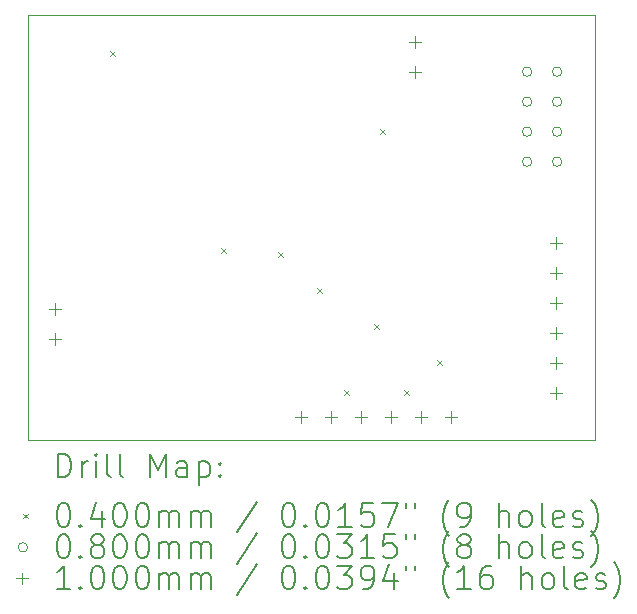
<source format=gbr>
%TF.GenerationSoftware,KiCad,Pcbnew,6.0.11*%
%TF.CreationDate,2024-08-04T21:37:51+01:00*%
%TF.ProjectId,ESPboard,45535062-6f61-4726-942e-6b696361645f,rev?*%
%TF.SameCoordinates,PX87a6900PY5d04800*%
%TF.FileFunction,Drillmap*%
%TF.FilePolarity,Positive*%
%FSLAX45Y45*%
G04 Gerber Fmt 4.5, Leading zero omitted, Abs format (unit mm)*
G04 Created by KiCad (PCBNEW 6.0.11) date 2024-08-04 21:37:51*
%MOMM*%
%LPD*%
G01*
G04 APERTURE LIST*
%ADD10C,0.100000*%
%ADD11C,0.200000*%
%ADD12C,0.040000*%
%ADD13C,0.080000*%
G04 APERTURE END LIST*
D10*
X0Y-3600000D02*
X4800000Y-3600000D01*
X4800000Y-3600000D02*
X4800000Y0D01*
X4800000Y0D02*
X0Y0D01*
X0Y0D02*
X0Y-3600000D01*
D11*
D12*
X691200Y-310200D02*
X731200Y-350200D01*
X731200Y-310200D02*
X691200Y-350200D01*
X1631000Y-1973950D02*
X1671000Y-2013950D01*
X1671000Y-1973950D02*
X1631000Y-2013950D01*
X2113600Y-2012000D02*
X2153600Y-2052000D01*
X2153600Y-2012000D02*
X2113600Y-2052000D01*
X2443800Y-2316800D02*
X2483800Y-2356800D01*
X2483800Y-2316800D02*
X2443800Y-2356800D01*
X2672400Y-3180400D02*
X2712400Y-3220400D01*
X2712400Y-3180400D02*
X2672400Y-3220400D01*
X2926400Y-2621600D02*
X2966400Y-2661600D01*
X2966400Y-2621600D02*
X2926400Y-2661600D01*
X2977200Y-970600D02*
X3017200Y-1010600D01*
X3017200Y-970600D02*
X2977200Y-1010600D01*
X3180400Y-3180400D02*
X3220400Y-3220400D01*
X3220400Y-3180400D02*
X3180400Y-3220400D01*
X3459800Y-2926400D02*
X3499800Y-2966400D01*
X3499800Y-2926400D02*
X3459800Y-2966400D01*
D13*
X4263600Y-482600D02*
G75*
G03*
X4263600Y-482600I-40000J0D01*
G01*
X4263600Y-736600D02*
G75*
G03*
X4263600Y-736600I-40000J0D01*
G01*
X4263600Y-990600D02*
G75*
G03*
X4263600Y-990600I-40000J0D01*
G01*
X4263600Y-1244600D02*
G75*
G03*
X4263600Y-1244600I-40000J0D01*
G01*
X4517600Y-482600D02*
G75*
G03*
X4517600Y-482600I-40000J0D01*
G01*
X4517600Y-736600D02*
G75*
G03*
X4517600Y-736600I-40000J0D01*
G01*
X4517600Y-990600D02*
G75*
G03*
X4517600Y-990600I-40000J0D01*
G01*
X4517600Y-1244600D02*
G75*
G03*
X4517600Y-1244600I-40000J0D01*
G01*
D10*
X228600Y-2439200D02*
X228600Y-2539200D01*
X178600Y-2489200D02*
X278600Y-2489200D01*
X228600Y-2693200D02*
X228600Y-2793200D01*
X178600Y-2743200D02*
X278600Y-2743200D01*
X2311400Y-3353600D02*
X2311400Y-3453600D01*
X2261400Y-3403600D02*
X2361400Y-3403600D01*
X2565400Y-3353600D02*
X2565400Y-3453600D01*
X2515400Y-3403600D02*
X2615400Y-3403600D01*
X2819400Y-3353600D02*
X2819400Y-3453600D01*
X2769400Y-3403600D02*
X2869400Y-3403600D01*
X3073400Y-3353600D02*
X3073400Y-3453600D01*
X3023400Y-3403600D02*
X3123400Y-3403600D01*
X3276600Y-180400D02*
X3276600Y-280400D01*
X3226600Y-230400D02*
X3326600Y-230400D01*
X3276600Y-434400D02*
X3276600Y-534400D01*
X3226600Y-484400D02*
X3326600Y-484400D01*
X3327400Y-3353600D02*
X3327400Y-3453600D01*
X3277400Y-3403600D02*
X3377400Y-3403600D01*
X3581400Y-3353600D02*
X3581400Y-3453600D01*
X3531400Y-3403600D02*
X3631400Y-3403600D01*
X4470400Y-1880400D02*
X4470400Y-1980400D01*
X4420400Y-1930400D02*
X4520400Y-1930400D01*
X4470400Y-2134400D02*
X4470400Y-2234400D01*
X4420400Y-2184400D02*
X4520400Y-2184400D01*
X4470400Y-2388400D02*
X4470400Y-2488400D01*
X4420400Y-2438400D02*
X4520400Y-2438400D01*
X4470400Y-2642400D02*
X4470400Y-2742400D01*
X4420400Y-2692400D02*
X4520400Y-2692400D01*
X4470400Y-2896400D02*
X4470400Y-2996400D01*
X4420400Y-2946400D02*
X4520400Y-2946400D01*
X4470400Y-3150400D02*
X4470400Y-3250400D01*
X4420400Y-3200400D02*
X4520400Y-3200400D01*
D11*
X252619Y-3915476D02*
X252619Y-3715476D01*
X300238Y-3715476D01*
X328810Y-3725000D01*
X347857Y-3744048D01*
X357381Y-3763095D01*
X366905Y-3801190D01*
X366905Y-3829762D01*
X357381Y-3867857D01*
X347857Y-3886905D01*
X328810Y-3905952D01*
X300238Y-3915476D01*
X252619Y-3915476D01*
X452619Y-3915476D02*
X452619Y-3782143D01*
X452619Y-3820238D02*
X462143Y-3801190D01*
X471667Y-3791667D01*
X490714Y-3782143D01*
X509762Y-3782143D01*
X576429Y-3915476D02*
X576429Y-3782143D01*
X576429Y-3715476D02*
X566905Y-3725000D01*
X576429Y-3734524D01*
X585952Y-3725000D01*
X576429Y-3715476D01*
X576429Y-3734524D01*
X700238Y-3915476D02*
X681190Y-3905952D01*
X671667Y-3886905D01*
X671667Y-3715476D01*
X805000Y-3915476D02*
X785952Y-3905952D01*
X776428Y-3886905D01*
X776428Y-3715476D01*
X1033571Y-3915476D02*
X1033571Y-3715476D01*
X1100238Y-3858333D01*
X1166905Y-3715476D01*
X1166905Y-3915476D01*
X1347857Y-3915476D02*
X1347857Y-3810714D01*
X1338333Y-3791667D01*
X1319286Y-3782143D01*
X1281190Y-3782143D01*
X1262143Y-3791667D01*
X1347857Y-3905952D02*
X1328810Y-3915476D01*
X1281190Y-3915476D01*
X1262143Y-3905952D01*
X1252619Y-3886905D01*
X1252619Y-3867857D01*
X1262143Y-3848809D01*
X1281190Y-3839286D01*
X1328810Y-3839286D01*
X1347857Y-3829762D01*
X1443095Y-3782143D02*
X1443095Y-3982143D01*
X1443095Y-3791667D02*
X1462143Y-3782143D01*
X1500238Y-3782143D01*
X1519286Y-3791667D01*
X1528809Y-3801190D01*
X1538333Y-3820238D01*
X1538333Y-3877381D01*
X1528809Y-3896428D01*
X1519286Y-3905952D01*
X1500238Y-3915476D01*
X1462143Y-3915476D01*
X1443095Y-3905952D01*
X1624048Y-3896428D02*
X1633571Y-3905952D01*
X1624048Y-3915476D01*
X1614524Y-3905952D01*
X1624048Y-3896428D01*
X1624048Y-3915476D01*
X1624048Y-3791667D02*
X1633571Y-3801190D01*
X1624048Y-3810714D01*
X1614524Y-3801190D01*
X1624048Y-3791667D01*
X1624048Y-3810714D01*
D12*
X-45000Y-4225000D02*
X-5000Y-4265000D01*
X-5000Y-4225000D02*
X-45000Y-4265000D01*
D11*
X290714Y-4135476D02*
X309762Y-4135476D01*
X328810Y-4145000D01*
X338333Y-4154524D01*
X347857Y-4173571D01*
X357381Y-4211667D01*
X357381Y-4259286D01*
X347857Y-4297381D01*
X338333Y-4316429D01*
X328810Y-4325952D01*
X309762Y-4335476D01*
X290714Y-4335476D01*
X271667Y-4325952D01*
X262143Y-4316429D01*
X252619Y-4297381D01*
X243095Y-4259286D01*
X243095Y-4211667D01*
X252619Y-4173571D01*
X262143Y-4154524D01*
X271667Y-4145000D01*
X290714Y-4135476D01*
X443095Y-4316429D02*
X452619Y-4325952D01*
X443095Y-4335476D01*
X433571Y-4325952D01*
X443095Y-4316429D01*
X443095Y-4335476D01*
X624048Y-4202143D02*
X624048Y-4335476D01*
X576429Y-4125952D02*
X528810Y-4268810D01*
X652619Y-4268810D01*
X766905Y-4135476D02*
X785952Y-4135476D01*
X805000Y-4145000D01*
X814524Y-4154524D01*
X824048Y-4173571D01*
X833571Y-4211667D01*
X833571Y-4259286D01*
X824048Y-4297381D01*
X814524Y-4316429D01*
X805000Y-4325952D01*
X785952Y-4335476D01*
X766905Y-4335476D01*
X747857Y-4325952D01*
X738333Y-4316429D01*
X728809Y-4297381D01*
X719286Y-4259286D01*
X719286Y-4211667D01*
X728809Y-4173571D01*
X738333Y-4154524D01*
X747857Y-4145000D01*
X766905Y-4135476D01*
X957381Y-4135476D02*
X976428Y-4135476D01*
X995476Y-4145000D01*
X1005000Y-4154524D01*
X1014524Y-4173571D01*
X1024048Y-4211667D01*
X1024048Y-4259286D01*
X1014524Y-4297381D01*
X1005000Y-4316429D01*
X995476Y-4325952D01*
X976428Y-4335476D01*
X957381Y-4335476D01*
X938333Y-4325952D01*
X928809Y-4316429D01*
X919286Y-4297381D01*
X909762Y-4259286D01*
X909762Y-4211667D01*
X919286Y-4173571D01*
X928809Y-4154524D01*
X938333Y-4145000D01*
X957381Y-4135476D01*
X1109762Y-4335476D02*
X1109762Y-4202143D01*
X1109762Y-4221190D02*
X1119286Y-4211667D01*
X1138333Y-4202143D01*
X1166905Y-4202143D01*
X1185952Y-4211667D01*
X1195476Y-4230714D01*
X1195476Y-4335476D01*
X1195476Y-4230714D02*
X1205000Y-4211667D01*
X1224048Y-4202143D01*
X1252619Y-4202143D01*
X1271667Y-4211667D01*
X1281190Y-4230714D01*
X1281190Y-4335476D01*
X1376429Y-4335476D02*
X1376429Y-4202143D01*
X1376429Y-4221190D02*
X1385952Y-4211667D01*
X1405000Y-4202143D01*
X1433571Y-4202143D01*
X1452619Y-4211667D01*
X1462143Y-4230714D01*
X1462143Y-4335476D01*
X1462143Y-4230714D02*
X1471667Y-4211667D01*
X1490714Y-4202143D01*
X1519286Y-4202143D01*
X1538333Y-4211667D01*
X1547857Y-4230714D01*
X1547857Y-4335476D01*
X1938333Y-4125952D02*
X1766905Y-4383095D01*
X2195476Y-4135476D02*
X2214524Y-4135476D01*
X2233571Y-4145000D01*
X2243095Y-4154524D01*
X2252619Y-4173571D01*
X2262143Y-4211667D01*
X2262143Y-4259286D01*
X2252619Y-4297381D01*
X2243095Y-4316429D01*
X2233571Y-4325952D01*
X2214524Y-4335476D01*
X2195476Y-4335476D01*
X2176429Y-4325952D01*
X2166905Y-4316429D01*
X2157381Y-4297381D01*
X2147857Y-4259286D01*
X2147857Y-4211667D01*
X2157381Y-4173571D01*
X2166905Y-4154524D01*
X2176429Y-4145000D01*
X2195476Y-4135476D01*
X2347857Y-4316429D02*
X2357381Y-4325952D01*
X2347857Y-4335476D01*
X2338333Y-4325952D01*
X2347857Y-4316429D01*
X2347857Y-4335476D01*
X2481190Y-4135476D02*
X2500238Y-4135476D01*
X2519286Y-4145000D01*
X2528810Y-4154524D01*
X2538333Y-4173571D01*
X2547857Y-4211667D01*
X2547857Y-4259286D01*
X2538333Y-4297381D01*
X2528810Y-4316429D01*
X2519286Y-4325952D01*
X2500238Y-4335476D01*
X2481190Y-4335476D01*
X2462143Y-4325952D01*
X2452619Y-4316429D01*
X2443095Y-4297381D01*
X2433571Y-4259286D01*
X2433571Y-4211667D01*
X2443095Y-4173571D01*
X2452619Y-4154524D01*
X2462143Y-4145000D01*
X2481190Y-4135476D01*
X2738333Y-4335476D02*
X2624048Y-4335476D01*
X2681190Y-4335476D02*
X2681190Y-4135476D01*
X2662143Y-4164048D01*
X2643095Y-4183095D01*
X2624048Y-4192619D01*
X2919286Y-4135476D02*
X2824048Y-4135476D01*
X2814524Y-4230714D01*
X2824048Y-4221190D01*
X2843095Y-4211667D01*
X2890714Y-4211667D01*
X2909762Y-4221190D01*
X2919286Y-4230714D01*
X2928809Y-4249762D01*
X2928809Y-4297381D01*
X2919286Y-4316429D01*
X2909762Y-4325952D01*
X2890714Y-4335476D01*
X2843095Y-4335476D01*
X2824048Y-4325952D01*
X2814524Y-4316429D01*
X2995476Y-4135476D02*
X3128809Y-4135476D01*
X3043095Y-4335476D01*
X3195476Y-4135476D02*
X3195476Y-4173571D01*
X3271667Y-4135476D02*
X3271667Y-4173571D01*
X3566905Y-4411667D02*
X3557381Y-4402143D01*
X3538333Y-4373571D01*
X3528809Y-4354524D01*
X3519286Y-4325952D01*
X3509762Y-4278333D01*
X3509762Y-4240238D01*
X3519286Y-4192619D01*
X3528809Y-4164048D01*
X3538333Y-4145000D01*
X3557381Y-4116428D01*
X3566905Y-4106905D01*
X3652619Y-4335476D02*
X3690714Y-4335476D01*
X3709762Y-4325952D01*
X3719286Y-4316429D01*
X3738333Y-4287857D01*
X3747857Y-4249762D01*
X3747857Y-4173571D01*
X3738333Y-4154524D01*
X3728809Y-4145000D01*
X3709762Y-4135476D01*
X3671667Y-4135476D01*
X3652619Y-4145000D01*
X3643095Y-4154524D01*
X3633571Y-4173571D01*
X3633571Y-4221190D01*
X3643095Y-4240238D01*
X3652619Y-4249762D01*
X3671667Y-4259286D01*
X3709762Y-4259286D01*
X3728809Y-4249762D01*
X3738333Y-4240238D01*
X3747857Y-4221190D01*
X3985952Y-4335476D02*
X3985952Y-4135476D01*
X4071667Y-4335476D02*
X4071667Y-4230714D01*
X4062143Y-4211667D01*
X4043095Y-4202143D01*
X4014524Y-4202143D01*
X3995476Y-4211667D01*
X3985952Y-4221190D01*
X4195476Y-4335476D02*
X4176428Y-4325952D01*
X4166905Y-4316429D01*
X4157381Y-4297381D01*
X4157381Y-4240238D01*
X4166905Y-4221190D01*
X4176428Y-4211667D01*
X4195476Y-4202143D01*
X4224048Y-4202143D01*
X4243095Y-4211667D01*
X4252619Y-4221190D01*
X4262143Y-4240238D01*
X4262143Y-4297381D01*
X4252619Y-4316429D01*
X4243095Y-4325952D01*
X4224048Y-4335476D01*
X4195476Y-4335476D01*
X4376429Y-4335476D02*
X4357381Y-4325952D01*
X4347857Y-4306905D01*
X4347857Y-4135476D01*
X4528810Y-4325952D02*
X4509762Y-4335476D01*
X4471667Y-4335476D01*
X4452619Y-4325952D01*
X4443095Y-4306905D01*
X4443095Y-4230714D01*
X4452619Y-4211667D01*
X4471667Y-4202143D01*
X4509762Y-4202143D01*
X4528810Y-4211667D01*
X4538333Y-4230714D01*
X4538333Y-4249762D01*
X4443095Y-4268810D01*
X4614524Y-4325952D02*
X4633571Y-4335476D01*
X4671667Y-4335476D01*
X4690714Y-4325952D01*
X4700238Y-4306905D01*
X4700238Y-4297381D01*
X4690714Y-4278333D01*
X4671667Y-4268810D01*
X4643095Y-4268810D01*
X4624048Y-4259286D01*
X4614524Y-4240238D01*
X4614524Y-4230714D01*
X4624048Y-4211667D01*
X4643095Y-4202143D01*
X4671667Y-4202143D01*
X4690714Y-4211667D01*
X4766905Y-4411667D02*
X4776429Y-4402143D01*
X4795476Y-4373571D01*
X4805000Y-4354524D01*
X4814524Y-4325952D01*
X4824048Y-4278333D01*
X4824048Y-4240238D01*
X4814524Y-4192619D01*
X4805000Y-4164048D01*
X4795476Y-4145000D01*
X4776429Y-4116428D01*
X4766905Y-4106905D01*
D13*
X-5000Y-4509000D02*
G75*
G03*
X-5000Y-4509000I-40000J0D01*
G01*
D11*
X290714Y-4399476D02*
X309762Y-4399476D01*
X328810Y-4409000D01*
X338333Y-4418524D01*
X347857Y-4437571D01*
X357381Y-4475667D01*
X357381Y-4523286D01*
X347857Y-4561381D01*
X338333Y-4580429D01*
X328810Y-4589952D01*
X309762Y-4599476D01*
X290714Y-4599476D01*
X271667Y-4589952D01*
X262143Y-4580429D01*
X252619Y-4561381D01*
X243095Y-4523286D01*
X243095Y-4475667D01*
X252619Y-4437571D01*
X262143Y-4418524D01*
X271667Y-4409000D01*
X290714Y-4399476D01*
X443095Y-4580429D02*
X452619Y-4589952D01*
X443095Y-4599476D01*
X433571Y-4589952D01*
X443095Y-4580429D01*
X443095Y-4599476D01*
X566905Y-4485190D02*
X547857Y-4475667D01*
X538333Y-4466143D01*
X528810Y-4447095D01*
X528810Y-4437571D01*
X538333Y-4418524D01*
X547857Y-4409000D01*
X566905Y-4399476D01*
X605000Y-4399476D01*
X624048Y-4409000D01*
X633571Y-4418524D01*
X643095Y-4437571D01*
X643095Y-4447095D01*
X633571Y-4466143D01*
X624048Y-4475667D01*
X605000Y-4485190D01*
X566905Y-4485190D01*
X547857Y-4494714D01*
X538333Y-4504238D01*
X528810Y-4523286D01*
X528810Y-4561381D01*
X538333Y-4580429D01*
X547857Y-4589952D01*
X566905Y-4599476D01*
X605000Y-4599476D01*
X624048Y-4589952D01*
X633571Y-4580429D01*
X643095Y-4561381D01*
X643095Y-4523286D01*
X633571Y-4504238D01*
X624048Y-4494714D01*
X605000Y-4485190D01*
X766905Y-4399476D02*
X785952Y-4399476D01*
X805000Y-4409000D01*
X814524Y-4418524D01*
X824048Y-4437571D01*
X833571Y-4475667D01*
X833571Y-4523286D01*
X824048Y-4561381D01*
X814524Y-4580429D01*
X805000Y-4589952D01*
X785952Y-4599476D01*
X766905Y-4599476D01*
X747857Y-4589952D01*
X738333Y-4580429D01*
X728809Y-4561381D01*
X719286Y-4523286D01*
X719286Y-4475667D01*
X728809Y-4437571D01*
X738333Y-4418524D01*
X747857Y-4409000D01*
X766905Y-4399476D01*
X957381Y-4399476D02*
X976428Y-4399476D01*
X995476Y-4409000D01*
X1005000Y-4418524D01*
X1014524Y-4437571D01*
X1024048Y-4475667D01*
X1024048Y-4523286D01*
X1014524Y-4561381D01*
X1005000Y-4580429D01*
X995476Y-4589952D01*
X976428Y-4599476D01*
X957381Y-4599476D01*
X938333Y-4589952D01*
X928809Y-4580429D01*
X919286Y-4561381D01*
X909762Y-4523286D01*
X909762Y-4475667D01*
X919286Y-4437571D01*
X928809Y-4418524D01*
X938333Y-4409000D01*
X957381Y-4399476D01*
X1109762Y-4599476D02*
X1109762Y-4466143D01*
X1109762Y-4485190D02*
X1119286Y-4475667D01*
X1138333Y-4466143D01*
X1166905Y-4466143D01*
X1185952Y-4475667D01*
X1195476Y-4494714D01*
X1195476Y-4599476D01*
X1195476Y-4494714D02*
X1205000Y-4475667D01*
X1224048Y-4466143D01*
X1252619Y-4466143D01*
X1271667Y-4475667D01*
X1281190Y-4494714D01*
X1281190Y-4599476D01*
X1376429Y-4599476D02*
X1376429Y-4466143D01*
X1376429Y-4485190D02*
X1385952Y-4475667D01*
X1405000Y-4466143D01*
X1433571Y-4466143D01*
X1452619Y-4475667D01*
X1462143Y-4494714D01*
X1462143Y-4599476D01*
X1462143Y-4494714D02*
X1471667Y-4475667D01*
X1490714Y-4466143D01*
X1519286Y-4466143D01*
X1538333Y-4475667D01*
X1547857Y-4494714D01*
X1547857Y-4599476D01*
X1938333Y-4389952D02*
X1766905Y-4647095D01*
X2195476Y-4399476D02*
X2214524Y-4399476D01*
X2233571Y-4409000D01*
X2243095Y-4418524D01*
X2252619Y-4437571D01*
X2262143Y-4475667D01*
X2262143Y-4523286D01*
X2252619Y-4561381D01*
X2243095Y-4580429D01*
X2233571Y-4589952D01*
X2214524Y-4599476D01*
X2195476Y-4599476D01*
X2176429Y-4589952D01*
X2166905Y-4580429D01*
X2157381Y-4561381D01*
X2147857Y-4523286D01*
X2147857Y-4475667D01*
X2157381Y-4437571D01*
X2166905Y-4418524D01*
X2176429Y-4409000D01*
X2195476Y-4399476D01*
X2347857Y-4580429D02*
X2357381Y-4589952D01*
X2347857Y-4599476D01*
X2338333Y-4589952D01*
X2347857Y-4580429D01*
X2347857Y-4599476D01*
X2481190Y-4399476D02*
X2500238Y-4399476D01*
X2519286Y-4409000D01*
X2528810Y-4418524D01*
X2538333Y-4437571D01*
X2547857Y-4475667D01*
X2547857Y-4523286D01*
X2538333Y-4561381D01*
X2528810Y-4580429D01*
X2519286Y-4589952D01*
X2500238Y-4599476D01*
X2481190Y-4599476D01*
X2462143Y-4589952D01*
X2452619Y-4580429D01*
X2443095Y-4561381D01*
X2433571Y-4523286D01*
X2433571Y-4475667D01*
X2443095Y-4437571D01*
X2452619Y-4418524D01*
X2462143Y-4409000D01*
X2481190Y-4399476D01*
X2614524Y-4399476D02*
X2738333Y-4399476D01*
X2671667Y-4475667D01*
X2700238Y-4475667D01*
X2719286Y-4485190D01*
X2728810Y-4494714D01*
X2738333Y-4513762D01*
X2738333Y-4561381D01*
X2728810Y-4580429D01*
X2719286Y-4589952D01*
X2700238Y-4599476D01*
X2643095Y-4599476D01*
X2624048Y-4589952D01*
X2614524Y-4580429D01*
X2928809Y-4599476D02*
X2814524Y-4599476D01*
X2871667Y-4599476D02*
X2871667Y-4399476D01*
X2852619Y-4428048D01*
X2833571Y-4447095D01*
X2814524Y-4456619D01*
X3109762Y-4399476D02*
X3014524Y-4399476D01*
X3005000Y-4494714D01*
X3014524Y-4485190D01*
X3033571Y-4475667D01*
X3081190Y-4475667D01*
X3100238Y-4485190D01*
X3109762Y-4494714D01*
X3119286Y-4513762D01*
X3119286Y-4561381D01*
X3109762Y-4580429D01*
X3100238Y-4589952D01*
X3081190Y-4599476D01*
X3033571Y-4599476D01*
X3014524Y-4589952D01*
X3005000Y-4580429D01*
X3195476Y-4399476D02*
X3195476Y-4437571D01*
X3271667Y-4399476D02*
X3271667Y-4437571D01*
X3566905Y-4675667D02*
X3557381Y-4666143D01*
X3538333Y-4637571D01*
X3528809Y-4618524D01*
X3519286Y-4589952D01*
X3509762Y-4542333D01*
X3509762Y-4504238D01*
X3519286Y-4456619D01*
X3528809Y-4428048D01*
X3538333Y-4409000D01*
X3557381Y-4380429D01*
X3566905Y-4370905D01*
X3671667Y-4485190D02*
X3652619Y-4475667D01*
X3643095Y-4466143D01*
X3633571Y-4447095D01*
X3633571Y-4437571D01*
X3643095Y-4418524D01*
X3652619Y-4409000D01*
X3671667Y-4399476D01*
X3709762Y-4399476D01*
X3728809Y-4409000D01*
X3738333Y-4418524D01*
X3747857Y-4437571D01*
X3747857Y-4447095D01*
X3738333Y-4466143D01*
X3728809Y-4475667D01*
X3709762Y-4485190D01*
X3671667Y-4485190D01*
X3652619Y-4494714D01*
X3643095Y-4504238D01*
X3633571Y-4523286D01*
X3633571Y-4561381D01*
X3643095Y-4580429D01*
X3652619Y-4589952D01*
X3671667Y-4599476D01*
X3709762Y-4599476D01*
X3728809Y-4589952D01*
X3738333Y-4580429D01*
X3747857Y-4561381D01*
X3747857Y-4523286D01*
X3738333Y-4504238D01*
X3728809Y-4494714D01*
X3709762Y-4485190D01*
X3985952Y-4599476D02*
X3985952Y-4399476D01*
X4071667Y-4599476D02*
X4071667Y-4494714D01*
X4062143Y-4475667D01*
X4043095Y-4466143D01*
X4014524Y-4466143D01*
X3995476Y-4475667D01*
X3985952Y-4485190D01*
X4195476Y-4599476D02*
X4176428Y-4589952D01*
X4166905Y-4580429D01*
X4157381Y-4561381D01*
X4157381Y-4504238D01*
X4166905Y-4485190D01*
X4176428Y-4475667D01*
X4195476Y-4466143D01*
X4224048Y-4466143D01*
X4243095Y-4475667D01*
X4252619Y-4485190D01*
X4262143Y-4504238D01*
X4262143Y-4561381D01*
X4252619Y-4580429D01*
X4243095Y-4589952D01*
X4224048Y-4599476D01*
X4195476Y-4599476D01*
X4376429Y-4599476D02*
X4357381Y-4589952D01*
X4347857Y-4570905D01*
X4347857Y-4399476D01*
X4528810Y-4589952D02*
X4509762Y-4599476D01*
X4471667Y-4599476D01*
X4452619Y-4589952D01*
X4443095Y-4570905D01*
X4443095Y-4494714D01*
X4452619Y-4475667D01*
X4471667Y-4466143D01*
X4509762Y-4466143D01*
X4528810Y-4475667D01*
X4538333Y-4494714D01*
X4538333Y-4513762D01*
X4443095Y-4532810D01*
X4614524Y-4589952D02*
X4633571Y-4599476D01*
X4671667Y-4599476D01*
X4690714Y-4589952D01*
X4700238Y-4570905D01*
X4700238Y-4561381D01*
X4690714Y-4542333D01*
X4671667Y-4532810D01*
X4643095Y-4532810D01*
X4624048Y-4523286D01*
X4614524Y-4504238D01*
X4614524Y-4494714D01*
X4624048Y-4475667D01*
X4643095Y-4466143D01*
X4671667Y-4466143D01*
X4690714Y-4475667D01*
X4766905Y-4675667D02*
X4776429Y-4666143D01*
X4795476Y-4637571D01*
X4805000Y-4618524D01*
X4814524Y-4589952D01*
X4824048Y-4542333D01*
X4824048Y-4504238D01*
X4814524Y-4456619D01*
X4805000Y-4428048D01*
X4795476Y-4409000D01*
X4776429Y-4380429D01*
X4766905Y-4370905D01*
D10*
X-55000Y-4723000D02*
X-55000Y-4823000D01*
X-105000Y-4773000D02*
X-5000Y-4773000D01*
D11*
X357381Y-4863476D02*
X243095Y-4863476D01*
X300238Y-4863476D02*
X300238Y-4663476D01*
X281190Y-4692048D01*
X262143Y-4711095D01*
X243095Y-4720619D01*
X443095Y-4844429D02*
X452619Y-4853952D01*
X443095Y-4863476D01*
X433571Y-4853952D01*
X443095Y-4844429D01*
X443095Y-4863476D01*
X576429Y-4663476D02*
X595476Y-4663476D01*
X614524Y-4673000D01*
X624048Y-4682524D01*
X633571Y-4701571D01*
X643095Y-4739667D01*
X643095Y-4787286D01*
X633571Y-4825381D01*
X624048Y-4844429D01*
X614524Y-4853952D01*
X595476Y-4863476D01*
X576429Y-4863476D01*
X557381Y-4853952D01*
X547857Y-4844429D01*
X538333Y-4825381D01*
X528810Y-4787286D01*
X528810Y-4739667D01*
X538333Y-4701571D01*
X547857Y-4682524D01*
X557381Y-4673000D01*
X576429Y-4663476D01*
X766905Y-4663476D02*
X785952Y-4663476D01*
X805000Y-4673000D01*
X814524Y-4682524D01*
X824048Y-4701571D01*
X833571Y-4739667D01*
X833571Y-4787286D01*
X824048Y-4825381D01*
X814524Y-4844429D01*
X805000Y-4853952D01*
X785952Y-4863476D01*
X766905Y-4863476D01*
X747857Y-4853952D01*
X738333Y-4844429D01*
X728809Y-4825381D01*
X719286Y-4787286D01*
X719286Y-4739667D01*
X728809Y-4701571D01*
X738333Y-4682524D01*
X747857Y-4673000D01*
X766905Y-4663476D01*
X957381Y-4663476D02*
X976428Y-4663476D01*
X995476Y-4673000D01*
X1005000Y-4682524D01*
X1014524Y-4701571D01*
X1024048Y-4739667D01*
X1024048Y-4787286D01*
X1014524Y-4825381D01*
X1005000Y-4844429D01*
X995476Y-4853952D01*
X976428Y-4863476D01*
X957381Y-4863476D01*
X938333Y-4853952D01*
X928809Y-4844429D01*
X919286Y-4825381D01*
X909762Y-4787286D01*
X909762Y-4739667D01*
X919286Y-4701571D01*
X928809Y-4682524D01*
X938333Y-4673000D01*
X957381Y-4663476D01*
X1109762Y-4863476D02*
X1109762Y-4730143D01*
X1109762Y-4749190D02*
X1119286Y-4739667D01*
X1138333Y-4730143D01*
X1166905Y-4730143D01*
X1185952Y-4739667D01*
X1195476Y-4758714D01*
X1195476Y-4863476D01*
X1195476Y-4758714D02*
X1205000Y-4739667D01*
X1224048Y-4730143D01*
X1252619Y-4730143D01*
X1271667Y-4739667D01*
X1281190Y-4758714D01*
X1281190Y-4863476D01*
X1376429Y-4863476D02*
X1376429Y-4730143D01*
X1376429Y-4749190D02*
X1385952Y-4739667D01*
X1405000Y-4730143D01*
X1433571Y-4730143D01*
X1452619Y-4739667D01*
X1462143Y-4758714D01*
X1462143Y-4863476D01*
X1462143Y-4758714D02*
X1471667Y-4739667D01*
X1490714Y-4730143D01*
X1519286Y-4730143D01*
X1538333Y-4739667D01*
X1547857Y-4758714D01*
X1547857Y-4863476D01*
X1938333Y-4653952D02*
X1766905Y-4911095D01*
X2195476Y-4663476D02*
X2214524Y-4663476D01*
X2233571Y-4673000D01*
X2243095Y-4682524D01*
X2252619Y-4701571D01*
X2262143Y-4739667D01*
X2262143Y-4787286D01*
X2252619Y-4825381D01*
X2243095Y-4844429D01*
X2233571Y-4853952D01*
X2214524Y-4863476D01*
X2195476Y-4863476D01*
X2176429Y-4853952D01*
X2166905Y-4844429D01*
X2157381Y-4825381D01*
X2147857Y-4787286D01*
X2147857Y-4739667D01*
X2157381Y-4701571D01*
X2166905Y-4682524D01*
X2176429Y-4673000D01*
X2195476Y-4663476D01*
X2347857Y-4844429D02*
X2357381Y-4853952D01*
X2347857Y-4863476D01*
X2338333Y-4853952D01*
X2347857Y-4844429D01*
X2347857Y-4863476D01*
X2481190Y-4663476D02*
X2500238Y-4663476D01*
X2519286Y-4673000D01*
X2528810Y-4682524D01*
X2538333Y-4701571D01*
X2547857Y-4739667D01*
X2547857Y-4787286D01*
X2538333Y-4825381D01*
X2528810Y-4844429D01*
X2519286Y-4853952D01*
X2500238Y-4863476D01*
X2481190Y-4863476D01*
X2462143Y-4853952D01*
X2452619Y-4844429D01*
X2443095Y-4825381D01*
X2433571Y-4787286D01*
X2433571Y-4739667D01*
X2443095Y-4701571D01*
X2452619Y-4682524D01*
X2462143Y-4673000D01*
X2481190Y-4663476D01*
X2614524Y-4663476D02*
X2738333Y-4663476D01*
X2671667Y-4739667D01*
X2700238Y-4739667D01*
X2719286Y-4749190D01*
X2728810Y-4758714D01*
X2738333Y-4777762D01*
X2738333Y-4825381D01*
X2728810Y-4844429D01*
X2719286Y-4853952D01*
X2700238Y-4863476D01*
X2643095Y-4863476D01*
X2624048Y-4853952D01*
X2614524Y-4844429D01*
X2833571Y-4863476D02*
X2871667Y-4863476D01*
X2890714Y-4853952D01*
X2900238Y-4844429D01*
X2919286Y-4815857D01*
X2928809Y-4777762D01*
X2928809Y-4701571D01*
X2919286Y-4682524D01*
X2909762Y-4673000D01*
X2890714Y-4663476D01*
X2852619Y-4663476D01*
X2833571Y-4673000D01*
X2824048Y-4682524D01*
X2814524Y-4701571D01*
X2814524Y-4749190D01*
X2824048Y-4768238D01*
X2833571Y-4777762D01*
X2852619Y-4787286D01*
X2890714Y-4787286D01*
X2909762Y-4777762D01*
X2919286Y-4768238D01*
X2928809Y-4749190D01*
X3100238Y-4730143D02*
X3100238Y-4863476D01*
X3052619Y-4653952D02*
X3005000Y-4796810D01*
X3128809Y-4796810D01*
X3195476Y-4663476D02*
X3195476Y-4701571D01*
X3271667Y-4663476D02*
X3271667Y-4701571D01*
X3566905Y-4939667D02*
X3557381Y-4930143D01*
X3538333Y-4901571D01*
X3528809Y-4882524D01*
X3519286Y-4853952D01*
X3509762Y-4806333D01*
X3509762Y-4768238D01*
X3519286Y-4720619D01*
X3528809Y-4692048D01*
X3538333Y-4673000D01*
X3557381Y-4644429D01*
X3566905Y-4634905D01*
X3747857Y-4863476D02*
X3633571Y-4863476D01*
X3690714Y-4863476D02*
X3690714Y-4663476D01*
X3671667Y-4692048D01*
X3652619Y-4711095D01*
X3633571Y-4720619D01*
X3919286Y-4663476D02*
X3881190Y-4663476D01*
X3862143Y-4673000D01*
X3852619Y-4682524D01*
X3833571Y-4711095D01*
X3824048Y-4749190D01*
X3824048Y-4825381D01*
X3833571Y-4844429D01*
X3843095Y-4853952D01*
X3862143Y-4863476D01*
X3900238Y-4863476D01*
X3919286Y-4853952D01*
X3928809Y-4844429D01*
X3938333Y-4825381D01*
X3938333Y-4777762D01*
X3928809Y-4758714D01*
X3919286Y-4749190D01*
X3900238Y-4739667D01*
X3862143Y-4739667D01*
X3843095Y-4749190D01*
X3833571Y-4758714D01*
X3824048Y-4777762D01*
X4176428Y-4863476D02*
X4176428Y-4663476D01*
X4262143Y-4863476D02*
X4262143Y-4758714D01*
X4252619Y-4739667D01*
X4233571Y-4730143D01*
X4205000Y-4730143D01*
X4185952Y-4739667D01*
X4176428Y-4749190D01*
X4385952Y-4863476D02*
X4366905Y-4853952D01*
X4357381Y-4844429D01*
X4347857Y-4825381D01*
X4347857Y-4768238D01*
X4357381Y-4749190D01*
X4366905Y-4739667D01*
X4385952Y-4730143D01*
X4414524Y-4730143D01*
X4433571Y-4739667D01*
X4443095Y-4749190D01*
X4452619Y-4768238D01*
X4452619Y-4825381D01*
X4443095Y-4844429D01*
X4433571Y-4853952D01*
X4414524Y-4863476D01*
X4385952Y-4863476D01*
X4566905Y-4863476D02*
X4547857Y-4853952D01*
X4538333Y-4834905D01*
X4538333Y-4663476D01*
X4719286Y-4853952D02*
X4700238Y-4863476D01*
X4662143Y-4863476D01*
X4643095Y-4853952D01*
X4633571Y-4834905D01*
X4633571Y-4758714D01*
X4643095Y-4739667D01*
X4662143Y-4730143D01*
X4700238Y-4730143D01*
X4719286Y-4739667D01*
X4728810Y-4758714D01*
X4728810Y-4777762D01*
X4633571Y-4796810D01*
X4805000Y-4853952D02*
X4824048Y-4863476D01*
X4862143Y-4863476D01*
X4881190Y-4853952D01*
X4890714Y-4834905D01*
X4890714Y-4825381D01*
X4881190Y-4806333D01*
X4862143Y-4796810D01*
X4833571Y-4796810D01*
X4814524Y-4787286D01*
X4805000Y-4768238D01*
X4805000Y-4758714D01*
X4814524Y-4739667D01*
X4833571Y-4730143D01*
X4862143Y-4730143D01*
X4881190Y-4739667D01*
X4957381Y-4939667D02*
X4966905Y-4930143D01*
X4985952Y-4901571D01*
X4995476Y-4882524D01*
X5005000Y-4853952D01*
X5014524Y-4806333D01*
X5014524Y-4768238D01*
X5005000Y-4720619D01*
X4995476Y-4692048D01*
X4985952Y-4673000D01*
X4966905Y-4644429D01*
X4957381Y-4634905D01*
M02*

</source>
